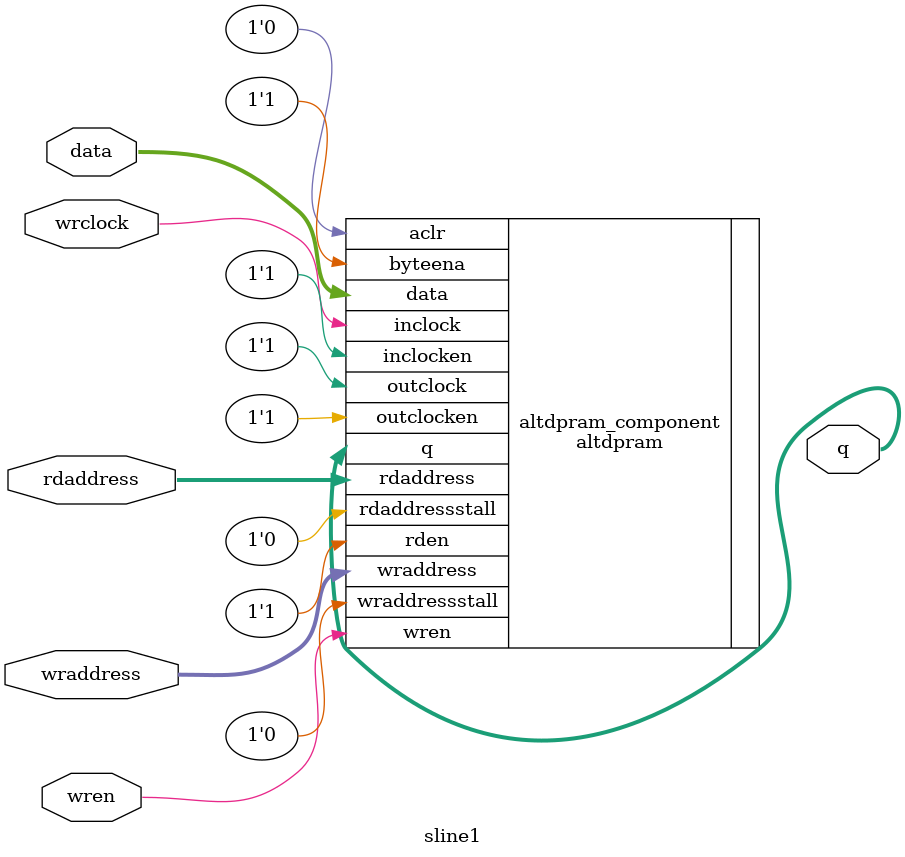
<source format=v>

module sfile (
	input	[7:0]  data,
	input	[8:0]  rdaddress,
	input	[8:0]  wraddress,
	input	  wrclock,
	input	  wren,
	output	[7:0]  q
);

	altdpram	altdpram_component (
				.wren (wren),
				.inclock (wrclock),
				.data (data),
				.rdaddress (rdaddress),
				.wraddress (wraddress),
				.q (q),
				.aclr (1'b0),
				.byteena (1'b1),
				.inclocken (1'b1),
				.outclock (1'b1),
				.outclocken (1'b1),
				.rdaddressstall (1'b0),
				.rden (1'b1),
				.wraddressstall (1'b0));
	defparam
		altdpram_component.indata_aclr = "OFF",
		altdpram_component.indata_reg = "INCLOCK",
		altdpram_component.intended_device_family = "ACEX1K",
		altdpram_component.lpm_type = "altdpram",
		altdpram_component.outdata_aclr = "OFF",
		altdpram_component.outdata_reg = "UNREGISTERED",
		altdpram_component.rdaddress_aclr = "OFF",
		altdpram_component.rdaddress_reg = "UNREGISTERED",
		altdpram_component.rdcontrol_aclr = "OFF",
		altdpram_component.rdcontrol_reg = "UNREGISTERED",
		altdpram_component.width = 8,
		altdpram_component.widthad = 9,
		altdpram_component.wraddress_aclr = "OFF",
		altdpram_component.wraddress_reg = "INCLOCK",
		altdpram_component.wrcontrol_aclr = "OFF",
		altdpram_component.wrcontrol_reg = "INCLOCK";
endmodule


//palette SRAM for sprites 256x8
module spram (
	input	[7:0]  data,
	input	[8:0]  rdaddress,
	input	[8:0]  wraddress,
	input	  wrclock,
	input	  wren,
	output	[7:0]  q
);

	altdpram	altdpram_component (
				.wren (wren),
				.inclock (wrclock),
				.data (data),
				.rdaddress (rdaddress),
				.wraddress (wraddress),
				.q (q),
				.aclr (1'b0),
				.byteena (1'b1),
				.inclocken (1'b1),
				.outclock (1'b1),
				.outclocken (1'b1),
				.rdaddressstall (1'b0),
				.rden (1'b1),
				.wraddressstall (1'b0));
	defparam
		altdpram_component.indata_aclr = "OFF",
		altdpram_component.indata_reg = "INCLOCK",
		altdpram_component.intended_device_family = "ACEX1K",
		altdpram_component.lpm_type = "altdpram",
		altdpram_component.outdata_aclr = "OFF",
		altdpram_component.outdata_reg = "UNREGISTERED",
		altdpram_component.rdaddress_aclr = "OFF",
		altdpram_component.rdaddress_reg = "UNREGISTERED",
		altdpram_component.rdcontrol_aclr = "OFF",
		altdpram_component.rdcontrol_reg = "UNREGISTERED",
		altdpram_component.width = 8,
		altdpram_component.widthad = 9,
		altdpram_component.wraddress_aclr = "OFF",
		altdpram_component.wraddress_reg = "INCLOCK",
		altdpram_component.wrcontrol_aclr = "OFF",
		altdpram_component.wrcontrol_reg = "INCLOCK";
endmodule


//sprite video buffer0
module sline0 (
	input	[7:0]  data,
	input	[8:0]  rdaddress,
	input	[8:0]  wraddress,
	input	  wrclock,
	input	  wren,
	output	[7:0]  q
);

	altdpram	altdpram_component (
				.wren (wren),
				.inclock (wrclock),
				.data (data),
				.rdaddress (rdaddress),
				.wraddress (wraddress),
				.q (q),
				.aclr (1'b0),
				.byteena (1'b1),
				.inclocken (1'b1),
				.outclock (1'b1),
				.outclocken (1'b1),
				.rdaddressstall (1'b0),
				.rden (1'b1),
				.wraddressstall (1'b0));
	defparam
		altdpram_component.indata_aclr = "OFF",
		altdpram_component.indata_reg = "INCLOCK",
		altdpram_component.intended_device_family = "ACEX1K",
		altdpram_component.lpm_type = "altdpram",
		altdpram_component.outdata_aclr = "OFF",
		altdpram_component.outdata_reg = "UNREGISTERED",
		altdpram_component.rdaddress_aclr = "OFF",
		altdpram_component.rdaddress_reg = "UNREGISTERED",
		altdpram_component.rdcontrol_aclr = "OFF",
		altdpram_component.rdcontrol_reg = "UNREGISTERED",
		altdpram_component.width = 8,
		altdpram_component.widthad = 9,
		altdpram_component.wraddress_aclr = "OFF",
		altdpram_component.wraddress_reg = "INCLOCK",
		altdpram_component.wrcontrol_aclr = "OFF",
		altdpram_component.wrcontrol_reg = "INCLOCK";
 endmodule


//sprite video buffer1
module sline1 (
	input	[7:0]  data,
	input	[8:0]  rdaddress,
	input	[8:0]  wraddress,
	input	  wrclock,
	input	  wren,
	output	[7:0]  q
);

	altdpram	altdpram_component (
				.wren (wren),
				.inclock (wrclock),
				.data (data),
				.rdaddress (rdaddress),
				.wraddress (wraddress),
				.q (q),
				.aclr (1'b0),
				.byteena (1'b1),
				.inclocken (1'b1),
				.outclock (1'b1),
				.outclocken (1'b1),
				.rdaddressstall (1'b0),
				.rden (1'b1),
				.wraddressstall (1'b0));
	defparam
		altdpram_component.indata_aclr = "OFF",
		altdpram_component.indata_reg = "INCLOCK",
		altdpram_component.intended_device_family = "ACEX1K",
		altdpram_component.lpm_type = "altdpram",
		altdpram_component.outdata_aclr = "OFF",
		altdpram_component.outdata_reg = "UNREGISTERED",
		altdpram_component.rdaddress_aclr = "OFF",
		altdpram_component.rdaddress_reg = "UNREGISTERED",
		altdpram_component.rdcontrol_aclr = "OFF",
		altdpram_component.rdcontrol_reg = "UNREGISTERED",
		altdpram_component.width = 8,
		altdpram_component.widthad = 9,
		altdpram_component.wraddress_aclr = "OFF",
		altdpram_component.wraddress_reg = "INCLOCK",
		altdpram_component.wrcontrol_aclr = "OFF",
		altdpram_component.wrcontrol_reg = "INCLOCK";
endmodule

</source>
